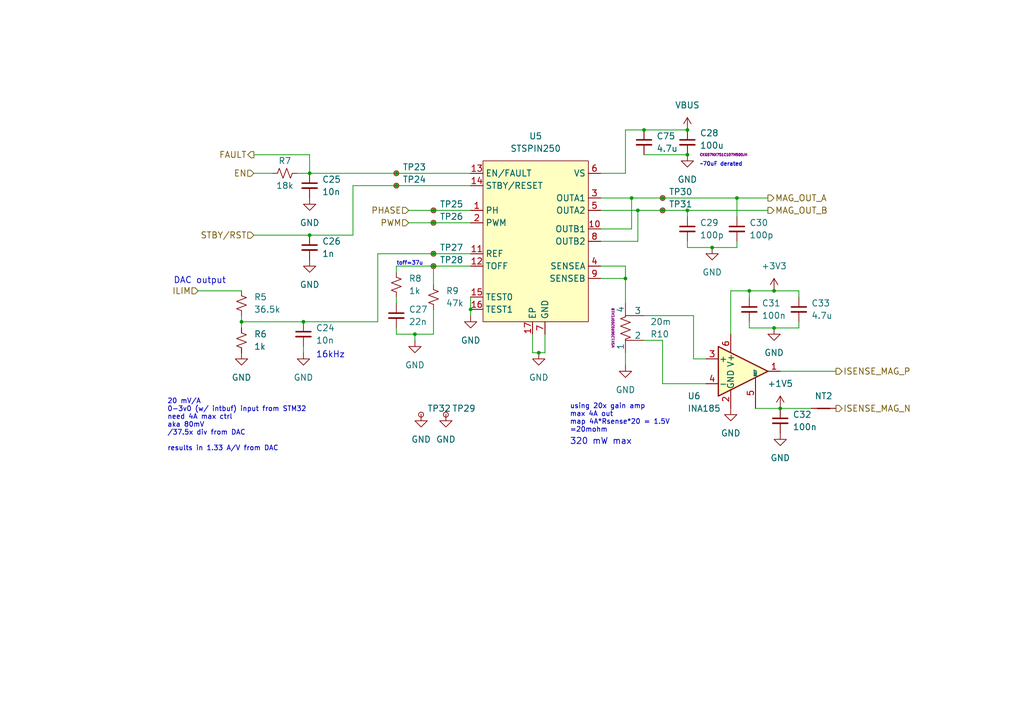
<source format=kicad_sch>
(kicad_sch (version 20220102) (generator eeschema)
  (paper "A5")
  (lib_symbols
    (symbol "Connector:TestPoint_Small" (pin_numbers hide) (pin_names (offset 0.762) hide)
      (property "Reference" "TP" (at 0 3.81 0))
      (property "Value" "TestPoint_Small" (at 0 2.032 0))
      (symbol "TestPoint_Small_0_1"
        (circle (center 0 0) (radius 0.508))
      )
      (symbol "TestPoint_Small_1_1"
        (pin passive line (at 0 0 90) (length 0) (name "1") (number "1"))
      )
    )
    (symbol "Device:C_Small" (pin_numbers hide) (pin_names (offset 0.254) hide)
      (property "Reference" "C" (at 0.254 1.778 0))
      (property "Value" "C_Small" (at 0.254 -2.032 0))
      (symbol "C_Small_0_1"
        (polyline (pts (xy -1.524 -0.508) (xy 1.524 -0.508)) (stroke (width 0.3302)))
        (polyline (pts (xy -1.524 0.508) (xy 1.524 0.508)) (stroke (width 0.3048)))
      )
      (symbol "C_Small_1_1"
        (pin passive line (at 0 2.54 270) (length 2.032) (name "~") (number "1"))
        (pin passive line (at 0 -2.54 90) (length 2.032) (name "~") (number "2"))
      )
    )
    (symbol "Device:NetTie_2" (pin_numbers hide) (pin_names (offset 0) hide)
      (property "Reference" "NT" (at 0 1.27 0))
      (property "Value" "NetTie_2" (at 0 -1.27 0))
      (symbol "NetTie_2_0_1"
        (polyline (pts (xy -1.27 0) (xy 1.27 0)) (stroke (width 0.254)))
      )
      (symbol "NetTie_2_1_1"
        (pin passive line (at -2.54 0 0) (length 2.54) (name "1") (number "1"))
        (pin passive line (at 2.54 0 180) (length 2.54) (name "2") (number "2"))
      )
    )
    (symbol "Device:R_Shunt_US" (pin_numbers hide) (pin_names (offset 0))
      (property "Reference" "R" (at -5.08 0 90))
      (property "Value" "R_Shunt_US" (at -3.048 0 90))
      (symbol "R_Shunt_US_1_1"
        (polyline (pts (xy 0 -2.54) (xy 1.27 -2.54)))
        (polyline (pts (xy 0 -2.286) (xy 0 -2.54)))
        (polyline (pts (xy 0 2.286) (xy 0 2.54)))
        (polyline (pts (xy 1.27 2.54) (xy 0 2.54)))
        (polyline (pts (xy 0 -0.762) (xy 1.016 -1.143) (xy 0 -1.524) (xy -1.016 -1.905) (xy 0 -2.286)))
        (polyline (pts (xy 0 0.762) (xy 1.016 0.381) (xy 0 0) (xy -1.016 -0.381) (xy 0 -0.762)))
        (polyline (pts (xy 0 2.286) (xy 1.016 1.905) (xy 0 1.524) (xy -1.016 1.143) (xy 0 0.762)))
        (pin passive line (at 0 5.08 270) (length 2.54) (name "1") (number "1"))
        (pin passive line (at 3.81 2.54 180) (length 2.54) (name "2") (number "2"))
        (pin passive line (at 3.81 -2.54 180) (length 2.54) (name "3") (number "3"))
        (pin passive line (at 0 -5.08 90) (length 2.54) (name "4") (number "4"))
      )
    )
    (symbol "Device:R_Small_US" (pin_numbers hide) (pin_names (offset 0.254) hide)
      (property "Reference" "R" (at 0.762 0.508 0))
      (property "Value" "R_Small_US" (at 0.762 -1.016 0))
      (symbol "R_Small_US_1_1"
        (polyline (pts (xy 0 0) (xy 1.016 -0.381) (xy 0 -0.762) (xy -1.016 -1.143) (xy 0 -1.524)))
        (polyline (pts (xy 0 1.524) (xy 1.016 1.143) (xy 0 0.762) (xy -1.016 0.381) (xy 0 0)))
        (pin passive line (at 0 2.54 270) (length 1.016) (name "~") (number "1"))
        (pin passive line (at 0 -2.54 90) (length 1.016) (name "~") (number "2"))
      )
    )
    (symbol "power:+1V5" (power) (pin_names (offset 0))
      (property "Value" "+1V5" (at 0 3.556 0))
      (symbol "+1V5_0_1"
        (polyline (pts (xy -0.762 1.27) (xy 0 2.54)))
        (polyline (pts (xy 0 0) (xy 0 2.54)))
        (polyline (pts (xy 0 2.54) (xy 0.762 1.27)))
      )
      (symbol "+1V5_1_1"
        (pin power_in line (at 0 0 90) (length 0) hide (name "+1V5") (number "1"))
      )
    )
    (symbol "power:+3V3" (power) (pin_names (offset 0))
      (property "Value" "+3V3" (at 0 3.556 0))
      (symbol "+3V3_0_1"
        (polyline (pts (xy -0.762 1.27) (xy 0 2.54)))
        (polyline (pts (xy 0 0) (xy 0 2.54)))
        (polyline (pts (xy 0 2.54) (xy 0.762 1.27)))
      )
      (symbol "+3V3_1_1"
        (pin power_in line (at 0 0 90) (length 0) hide (name "+3V3") (number "1"))
      )
    )
    (symbol "power:GND" (power) (pin_names (offset 0))
      (property "Value" "GND" (at 0 -3.81 0))
      (symbol "GND_0_1"
        (polyline (pts (xy 0 0) (xy 0 -1.27) (xy 1.27 -1.27) (xy 0 -2.54) (xy -1.27 -1.27) (xy 0 -1.27)))
      )
      (symbol "GND_1_1"
        (pin power_in line (at 0 0 270) (length 0) hide (name "GND") (number "1"))
      )
    )
    (symbol "power:VBUS" (power) (pin_names (offset 0))
      (property "Value" "VBUS" (at 0 3.81 0))
      (symbol "VBUS_0_1"
        (polyline (pts (xy -0.762 1.27) (xy 0 2.54)))
        (polyline (pts (xy 0 0) (xy 0 2.54)))
        (polyline (pts (xy 0 2.54) (xy 0.762 1.27)))
      )
      (symbol "VBUS_1_1"
        (pin power_in line (at 0 0 90) (length 0) hide (name "VBUS") (number "1"))
      )
    )
    (symbol "project-lib:INA185" (pin_names (offset 0.127))
      (property "Reference" "U" (at 2.54 3.81 0))
      (property "Value" "INA185" (at 3.81 -2.54 0))
      (symbol "INA185_0_1"
        (polyline (pts (xy 5.08 0) (xy -5.08 5.08) (xy -5.08 -5.08) (xy 5.08 0)) (stroke (width 0.254)) (fill (type background)))
      )
      (symbol "INA185_1_1"
        (pin output line (at 7.62 0 180) (length 2.54) (name "~") (number "1"))
        (pin power_in line (at -2.54 -7.62 90) (length 3.81) (name "GND") (number "2"))
        (pin input line (at -7.62 2.54 0) (length 2.54) (name "+") (number "3"))
        (pin input line (at -7.62 -2.54 0) (length 2.54) (name "-") (number "4"))
        (pin input line (at 2.54 -7.62 90) (length 6.35) (name "REF") (number "5"))
        (pin power_in line (at -2.54 7.62 270) (length 3.81) (name "V+") (number "6"))
      )
    )
    (symbol "project-lib:STSPIN250"
      (property "Reference" "U" (at -10.16 8.89 0))
      (property "Value" "STSPIN250" (at -6.35 6.35 0))
      (symbol "STSPIN250_0_0"
        (pin input line (at 12.7 -8.89 180) (length 2.54) (name "OUTB1") (number "10"))
        (pin input line (at -13.97 -13.97 0) (length 2.54) (name "REF") (number "11"))
        (pin input line (at -13.97 -16.51 0) (length 2.54) (name "TOFF") (number "12"))
        (pin input line (at -13.97 2.54 0) (length 2.54) (name "EN/FAULT") (number "13"))
        (pin input line (at -13.97 0 0) (length 2.54) (name "STBY/RESET") (number "14"))
        (pin input line (at -13.97 -22.86 0) (length 2.54) (name "TEST0") (number "15"))
        (pin input line (at -13.97 -25.4 0) (length 2.54) (name "TEST1") (number "16"))
        (pin input line (at -1.27 -30.48 90) (length 2.54) (name "EP") (number "17"))
        (pin input line (at -13.97 -7.62 0) (length 2.54) (name "PWM") (number "2"))
        (pin input line (at 12.7 -2.54 180) (length 2.54) (name "OUTA1") (number "3"))
        (pin input line (at 12.7 -16.51 180) (length 2.54) (name "SENSEA") (number "4"))
        (pin input line (at 12.7 -5.08 180) (length 2.54) (name "OUTA2") (number "5"))
        (pin input line (at 12.7 2.54 180) (length 2.54) (name "VS") (number "6"))
        (pin input line (at 1.27 -30.48 90) (length 2.54) (name "GND") (number "7"))
        (pin input line (at 12.7 -11.43 180) (length 2.54) (name "OUTB2") (number "8"))
        (pin input line (at 12.7 -19.05 180) (length 2.54) (name "SENSEB") (number "9"))
      )
      (symbol "STSPIN250_0_1"
        (rectangle (start -11.43 5.08) (end 10.16 -27.94) (stroke (width 0.1524)) (fill (type background)))
      )
      (symbol "STSPIN250_1_1"
        (pin input line (at -13.97 -5.08 0) (length 2.54) (name "PH") (number "1"))
      )
    )
  )
  (junction (at 153.67 59.69) (diameter 0.6096))
  (junction (at 63.5 35.56) (diameter 0.6096))
  (junction (at 140.97 26.67) (diameter 0.6096))
  (junction (at 140.97 43.18) (diameter 0.6096))
  (junction (at 96.52 63.5) (diameter 0.6096))
  (junction (at 146.05 50.8) (diameter 0.6096))
  (junction (at 135.89 40.64) (diameter 0.6096))
  (junction (at 63.5 48.26) (diameter 0.6096))
  (junction (at 151.13 40.64) (diameter 0.6096))
  (junction (at 88.9 43.18) (diameter 0.6096))
  (junction (at 88.9 54.61) (diameter 0.6096))
  (junction (at 49.53 66.04) (diameter 0.6096))
  (junction (at 129.54 40.64) (diameter 0.6096))
  (junction (at 140.97 31.75) (diameter 0.6096))
  (junction (at 110.49 72.39) (diameter 0.6096))
  (junction (at 158.75 67.31) (diameter 0.6096))
  (junction (at 135.89 43.18) (diameter 0.6096))
  (junction (at 88.9 52.07) (diameter 0.6096))
  (junction (at 88.9 45.72) (diameter 0.6096))
  (junction (at 160.02 83.82) (diameter 0.6096))
  (junction (at 85.09 68.58) (diameter 0.6096))
  (junction (at 132.08 26.67) (diameter 0.6096))
  (junction (at 81.28 38.1) (diameter 0.6096))
  (junction (at 62.23 66.04) (diameter 0.6096))
  (junction (at 128.27 57.15) (diameter 0.6096))
  (junction (at 81.28 35.56) (diameter 0.6096))
  (junction (at 130.81 43.18) (diameter 0.6096))
  (junction (at 158.75 59.69) (diameter 0.6096))
  (wire (pts (xy 123.19 43.18) (xy 130.81 43.18)))
  (wire (pts (xy 163.83 59.69) (xy 158.75 59.69)))
  (wire (pts (xy 62.23 72.39) (xy 62.23 71.12)))
  (wire (pts (xy 123.19 46.99) (xy 129.54 46.99)))
  (wire (pts (xy 129.54 46.99) (xy 129.54 40.64)))
  (wire (pts (xy 135.89 78.74) (xy 144.78 78.74)))
  (wire (pts (xy 40.64 59.69) (xy 49.53 59.69)))
  (wire (pts (xy 132.08 31.75) (xy 140.97 31.75)))
  (wire (pts (xy 128.27 57.15) (xy 128.27 62.23)))
  (wire (pts (xy 142.24 73.66) (xy 144.78 73.66)))
  (wire (pts (xy 81.28 60.96) (xy 81.28 62.23)))
  (wire (pts (xy 63.5 48.26) (xy 52.07 48.26)))
  (wire (pts (xy 72.39 38.1) (xy 72.39 48.26)))
  (wire (pts (xy 72.39 48.26) (xy 63.5 48.26)))
  (wire (pts (xy 49.53 66.04) (xy 62.23 66.04)))
  (wire (pts (xy 62.23 66.04) (xy 77.47 66.04)))
  (wire (pts (xy 153.67 59.69) (xy 153.67 60.96)))
  (wire (pts (xy 52.07 31.75) (xy 63.5 31.75)))
  (wire (pts (xy 63.5 31.75) (xy 63.5 35.56)))
  (wire (pts (xy 83.82 43.18) (xy 88.9 43.18)))
  (wire (pts (xy 88.9 43.18) (xy 96.52 43.18)))
  (wire (pts (xy 163.83 67.31) (xy 163.83 66.04)))
  (wire (pts (xy 96.52 63.5) (xy 96.52 60.96)))
  (wire (pts (xy 96.52 64.77) (xy 96.52 63.5)))
  (wire (pts (xy 142.24 64.77) (xy 142.24 73.66)))
  (wire (pts (xy 49.53 64.77) (xy 49.53 66.04)))
  (wire (pts (xy 77.47 52.07) (xy 88.9 52.07)))
  (wire (pts (xy 77.47 66.04) (xy 77.47 52.07)))
  (wire (pts (xy 88.9 52.07) (xy 96.52 52.07)))
  (wire (pts (xy 72.39 38.1) (xy 81.28 38.1)))
  (wire (pts (xy 81.28 38.1) (xy 96.52 38.1)))
  (wire (pts (xy 52.07 35.56) (xy 55.88 35.56)))
  (wire (pts (xy 60.96 35.56) (xy 63.5 35.56)))
  (wire (pts (xy 63.5 35.56) (xy 81.28 35.56)))
  (wire (pts (xy 81.28 35.56) (xy 96.52 35.56)))
  (wire (pts (xy 140.97 49.53) (xy 140.97 50.8)))
  (wire (pts (xy 140.97 50.8) (xy 146.05 50.8)))
  (wire (pts (xy 146.05 50.8) (xy 151.13 50.8)))
  (wire (pts (xy 151.13 50.8) (xy 151.13 49.53)))
  (wire (pts (xy 128.27 72.39) (xy 128.27 74.93)))
  (wire (pts (xy 151.13 40.64) (xy 151.13 44.45)))
  (wire (pts (xy 158.75 59.69) (xy 153.67 59.69)))
  (wire (pts (xy 130.81 43.18) (xy 135.89 43.18)))
  (wire (pts (xy 135.89 43.18) (xy 140.97 43.18)))
  (wire (pts (xy 153.67 66.04) (xy 153.67 67.31)))
  (wire (pts (xy 123.19 40.64) (xy 129.54 40.64)))
  (wire (pts (xy 129.54 40.64) (xy 135.89 40.64)))
  (wire (pts (xy 135.89 40.64) (xy 151.13 40.64)))
  (wire (pts (xy 151.13 40.64) (xy 157.48 40.64)))
  (wire (pts (xy 83.82 45.72) (xy 88.9 45.72)))
  (wire (pts (xy 88.9 45.72) (xy 96.52 45.72)))
  (wire (pts (xy 128.27 57.15) (xy 123.19 57.15)))
  (wire (pts (xy 158.75 67.31) (xy 163.83 67.31)))
  (wire (pts (xy 154.94 83.82) (xy 160.02 83.82)))
  (wire (pts (xy 160.02 83.82) (xy 166.37 83.82)))
  (wire (pts (xy 149.86 59.69) (xy 149.86 68.58)))
  (wire (pts (xy 153.67 67.31) (xy 158.75 67.31)))
  (wire (pts (xy 123.19 35.56) (xy 128.27 35.56)))
  (wire (pts (xy 128.27 26.67) (xy 128.27 35.56)))
  (wire (pts (xy 163.83 60.96) (xy 163.83 59.69)))
  (wire (pts (xy 109.22 68.58) (xy 109.22 72.39)))
  (wire (pts (xy 109.22 72.39) (xy 110.49 72.39)))
  (wire (pts (xy 110.49 72.39) (xy 111.76 72.39)))
  (wire (pts (xy 111.76 72.39) (xy 111.76 68.58)))
  (wire (pts (xy 149.86 59.69) (xy 153.67 59.69)))
  (wire (pts (xy 132.08 69.85) (xy 135.89 69.85)))
  (wire (pts (xy 135.89 69.85) (xy 135.89 78.74)))
  (wire (pts (xy 123.19 54.61) (xy 128.27 54.61)))
  (wire (pts (xy 128.27 54.61) (xy 128.27 57.15)))
  (wire (pts (xy 160.02 76.2) (xy 171.45 76.2)))
  (wire (pts (xy 85.09 68.58) (xy 85.09 69.85)))
  (wire (pts (xy 140.97 43.18) (xy 140.97 44.45)))
  (wire (pts (xy 81.28 54.61) (xy 88.9 54.61)))
  (wire (pts (xy 81.28 55.88) (xy 81.28 54.61)))
  (wire (pts (xy 88.9 54.61) (xy 88.9 58.42)))
  (wire (pts (xy 49.53 66.04) (xy 49.53 67.31)))
  (wire (pts (xy 88.9 54.61) (xy 96.52 54.61)))
  (wire (pts (xy 81.28 68.58) (xy 81.28 67.31)))
  (wire (pts (xy 85.09 68.58) (xy 81.28 68.58)))
  (wire (pts (xy 88.9 63.5) (xy 88.9 68.58)))
  (wire (pts (xy 88.9 68.58) (xy 85.09 68.58)))
  (wire (pts (xy 132.08 64.77) (xy 142.24 64.77)))
  (wire (pts (xy 123.19 49.53) (xy 130.81 49.53)))
  (wire (pts (xy 130.81 49.53) (xy 130.81 43.18)))
  (wire (pts (xy 128.27 26.67) (xy 132.08 26.67)))
  (wire (pts (xy 132.08 26.67) (xy 140.97 26.67)))
  (wire (pts (xy 140.97 43.18) (xy 157.48 43.18)))
  (text "toff=37u" (at 81.28 54.61 0) (effects (font (size 0.8 0.8)) (justify left bottom)))
  (text "16kHz" (at 64.77 73.66 0) (effects (font (size 1.27 1.27)) (justify left bottom)))
  (text "~70uF derated" (at 143.51 34.29 0) (effects (font (size 0.8 0.8)) (justify left bottom)))
  (text "using 20x gain amp\nmax 4A out\nmap 4A*Rsense*20 = 1.5V\n=20mohm" (at 116.84 88.9 0) (effects (font (size 1 1)) (justify left bottom)))
  (text "320 mW max" (at 116.84 91.44 0) (effects (font (size 1.27 1.27)) (justify left bottom)))
  (text "20 mV/A\n0-3v0 (w/ intbuf) input from STM32\nneed 4A max ctrl\naka 80mV\n/37.5x div from DAC\n\nresults in 1.33 A/V from DAC" (at 34.29 92.71 0) (effects (font (size 1 1)) (justify left bottom)))
  (text "DAC output" (at 35.56 58.42 0) (effects (font (size 1.27 1.27)) (justify left bottom)))
  (hierarchical_label "ISENSE_MAG_P" (shape output) (at 171.45 76.2 0))
  (hierarchical_label "PWM" (shape input) (at 83.82 45.72 180))
  (hierarchical_label "STBY{slash}RST" (shape input) (at 52.07 48.26 180))
  (hierarchical_label "FAULT" (shape output) (at 52.07 31.75 180))
  (hierarchical_label "EN" (shape input) (at 52.07 35.56 180))
  (hierarchical_label "PHASE" (shape input) (at 83.82 43.18 180))
  (hierarchical_label "ISENSE_MAG_N" (shape output) (at 171.45 83.82 0))
  (hierarchical_label "MAG_OUT_B" (shape output) (at 157.48 43.18 0))
  (hierarchical_label "ILIM" (shape input) (at 40.64 59.69 180))
  (hierarchical_label "MAG_OUT_A" (shape output) (at 157.48 40.64 0))
  (symbol (lib_id "Connector:TestPoint_Small") (at 91.44 85.09 0) (unit 1)
    (property "Reference" "TP29" (at 92.71 83.8199 0) (effects (justify left)))
    (property "Value" "TestPoint" (effects hide))
    (property "Footprint" "project:TestPoint_Keystone_5019_Minature-3DMODEL" (effects hide))
  )
  (symbol (lib_id "power:GND") (at 128.27 74.93 0) (unit 1)
    (property "Reference" "#PWR0139" (effects hide))
    (property "Value" "GND" (at 128.27 80.01 0))
  )
  (symbol (lib_id "Device:C_Small") (at 140.97 29.21 0) (unit 1)
    (property "Reference" "C28" (at 143.51 27.3049 0) (effects (justify left)))
    (property "Value" "100u" (at 143.51 29.8449 0) (effects (justify left)))
    (property "Footprint" "project:CKG57N" (effects hide))
    (property "P/N" "CKG57NX7S1C107M500JH" (at 143.51 31.75 0) (effects (font (size 0.5 0.5)) (justify left)))
  )
  (symbol (lib_id "Device:C_Small") (at 63.5 50.8 0) (unit 1)
    (property "Reference" "C26" (at 66.04 49.5299 0) (effects (justify left)))
    (property "Value" "1n" (at 66.04 52.0699 0) (effects (justify left)))
    (property "Footprint" "Capacitor_SMD:C_0603_1608Metric" (effects hide))
  )
  (symbol (lib_id "power:GND") (at 85.09 69.85 0) (unit 1)
    (property "Reference" "#PWR0132" (effects hide))
    (property "Value" "GND" (at 85.09 74.93 0))
  )
  (symbol (lib_id "power:GND") (at 96.52 64.77 0) (unit 1)
    (property "Reference" "#PWR0131" (effects hide))
    (property "Value" "GND" (at 96.52 69.85 0))
  )
  (symbol (lib_id "power:GND") (at 91.44 85.09 0) (unit 1)
    (property "Reference" "#PWR0250" (effects hide))
    (property "Value" "GND" (at 91.44 90.17 0))
  )
  (symbol (lib_id "Device:C_Small") (at 153.67 63.5 0) (unit 1)
    (property "Reference" "C31" (at 156.21 62.2299 0) (effects (justify left)))
    (property "Value" "100n" (at 156.21 64.7699 0) (effects (justify left)))
    (property "Footprint" "Capacitor_SMD:C_0603_1608Metric" (effects hide))
  )
  (symbol (lib_id "Device:NetTie_2") (at 168.91 83.82 0) (unit 1)
    (property "Reference" "NT2" (at 168.91 81.28 0))
    (property "Value" "NetTie_2" (effects hide))
    (property "Footprint" "NetTie:NetTie-2_SMD_Pad0.5mm" (effects hide))
  )
  (symbol (lib_id "project-lib:STSPIN250") (at 110.49 38.1 0) (unit 1)
    (property "Reference" "U5" (at 109.855 27.94 0))
    (property "Value" "STSPIN250" (at 109.855 30.48 0))
    (property "Footprint" "Package_DFN_QFN:VQFN-16-1EP_3x3mm_P0.5mm_EP1.8x1.8mm" (effects hide))
  )
  (symbol (lib_id "power:GND") (at 63.5 53.34 0) (unit 1)
    (property "Reference" "#PWR0134" (effects hide))
    (property "Value" "GND" (at 63.5 58.42 0))
  )
  (symbol (lib_id "Device:C_Small") (at 62.23 68.58 0) (unit 1)
    (property "Reference" "C24" (at 64.77 67.3099 0) (effects (justify left)))
    (property "Value" "10n" (at 64.77 69.8499 0) (effects (justify left)))
    (property "Footprint" "Capacitor_SMD:C_0603_1608Metric" (effects hide))
  )
  (symbol (lib_id "Connector:TestPoint_Small") (at 135.89 43.18 0) (unit 1)
    (property "Reference" "TP31" (at 137.16 41.9099 0) (effects (justify left)))
    (property "Value" "TestPoint" (effects hide))
    (property "Footprint" "project:TestPoint_Keystone_5019_Minature-3DMODEL" (effects hide))
  )
  (symbol (lib_id "power:GND") (at 62.23 72.39 0) (unit 1)
    (property "Reference" "#PWR0141" (effects hide))
    (property "Value" "GND" (at 62.23 77.47 0))
  )
  (symbol (lib_id "power:GND") (at 158.75 67.31 0) (unit 1)
    (property "Reference" "#PWR0151" (effects hide))
    (property "Value" "GND" (at 158.75 72.39 0))
  )
  (symbol (lib_id "Connector:TestPoint_Small") (at 81.28 35.56 0) (unit 1)
    (property "Reference" "TP23" (at 82.55 34.2899 0) (effects (justify left)))
    (property "Value" "TestPoint" (effects hide))
    (property "Footprint" "project:TestPoint_Keystone_5019_Minature-3DMODEL" (effects hide))
  )
  (symbol (lib_id "power:GND") (at 49.53 72.39 0) (unit 1)
    (property "Reference" "#PWR0140" (effects hide))
    (property "Value" "GND" (at 49.53 77.47 0))
  )
  (symbol (lib_id "power:GND") (at 146.05 50.8 0) (unit 1)
    (property "Reference" "#PWR0136" (effects hide))
    (property "Value" "GND" (at 146.05 55.88 0))
  )
  (symbol (lib_id "power:+1V5") (at 160.02 83.82 0) (unit 1)
    (property "Reference" "#PWR0154" (effects hide))
    (property "Value" "+1V5" (at 160.02 78.74 0))
  )
  (symbol (lib_id "power:GND") (at 140.97 31.75 0) (unit 1)
    (property "Reference" "#PWR0138" (effects hide))
    (property "Value" "GND" (at 140.97 36.83 0))
  )
  (symbol (lib_id "project-lib:INA185") (at 152.4 76.2 0) (unit 1)
    (property "Reference" "U6" (at 140.97 81.2799 0) (effects (justify left)))
    (property "Value" "INA185" (at 140.97 83.8199 0) (effects (justify left)))
    (property "Footprint" "Package_TO_SOT_SMD:SOT-563" (effects hide))
  )
  (symbol (lib_id "Connector:TestPoint_Small") (at 88.9 43.18 0) (unit 1)
    (property "Reference" "TP25" (at 90.17 41.9099 0) (effects (justify left)))
    (property "Value" "TestPoint" (effects hide))
    (property "Footprint" "project:TestPoint_Keystone_5019_Minature-3DMODEL" (effects hide))
  )
  (symbol (lib_id "Device:C_Small") (at 160.02 86.36 0) (unit 1)
    (property "Reference" "C32" (at 162.56 85.0899 0) (effects (justify left)))
    (property "Value" "100n" (at 162.56 87.6299 0) (effects (justify left)))
    (property "Footprint" "Capacitor_SMD:C_0603_1608Metric" (effects hide))
  )
  (symbol (lib_id "Device:C_Small") (at 63.5 38.1 0) (unit 1)
    (property "Reference" "C25" (at 66.04 36.8299 0) (effects (justify left)))
    (property "Value" "10n" (at 66.04 39.3699 0) (effects (justify left)))
    (property "Footprint" "Capacitor_SMD:C_0603_1608Metric" (effects hide))
  )
  (symbol (lib_id "power:GND") (at 86.36 85.09 0) (unit 1)
    (property "Reference" "#PWR0206" (effects hide))
    (property "Value" "GND" (at 86.36 90.17 0))
  )
  (symbol (lib_id "Device:C_Small") (at 140.97 46.99 0) (unit 1)
    (property "Reference" "C29" (at 143.51 45.7199 0) (effects (justify left)))
    (property "Value" "100p" (at 143.51 48.2599 0) (effects (justify left)))
    (property "Footprint" "Capacitor_SMD:C_0603_1608Metric" (effects hide))
  )
  (symbol (lib_id "Device:R_Small_US") (at 49.53 62.23 180) (unit 1)
    (property "Reference" "R5" (at 52.07 60.9599 0) (effects (justify right)))
    (property "Value" "36.5k" (at 52.07 63.4999 0) (effects (justify right)))
    (property "Footprint" "Resistor_SMD:R_0603_1608Metric" (effects hide))
  )
  (symbol (lib_id "Connector:TestPoint_Small") (at 81.28 38.1 0) (unit 1)
    (property "Reference" "TP24" (at 82.55 36.8299 0) (effects (justify left)))
    (property "Value" "TestPoint" (effects hide))
    (property "Footprint" "project:TestPoint_Keystone_5019_Minature-3DMODEL" (effects hide))
  )
  (symbol (lib_id "power:VBUS") (at 140.97 26.67 0) (unit 1)
    (property "Reference" "#PWR0137" (effects hide))
    (property "Value" "VBUS" (at 140.97 21.59 0))
  )
  (symbol (lib_id "Connector:TestPoint_Small") (at 88.9 54.61 0) (unit 1)
    (property "Reference" "TP28" (at 90.17 53.3399 0) (effects (justify left)))
    (property "Value" "TestPoint" (effects hide))
    (property "Footprint" "project:TestPoint_Keystone_5019_Minature-3DMODEL" (effects hide))
  )
  (symbol (lib_id "Device:C_Small") (at 163.83 63.5 0) (unit 1)
    (property "Reference" "C33" (at 166.37 62.2299 0) (effects (justify left)))
    (property "Value" "4.7u" (at 166.37 64.7699 0) (effects (justify left)))
    (property "Footprint" "Capacitor_SMD:C_0603_1608Metric" (effects hide))
  )
  (symbol (lib_id "power:+3V3") (at 158.75 59.69 0) (unit 1)
    (property "Reference" "#PWR0155" (effects hide))
    (property "Value" "+3V3" (at 158.75 54.61 0))
  )
  (symbol (lib_id "Connector:TestPoint_Small") (at 88.9 45.72 0) (unit 1)
    (property "Reference" "TP26" (at 90.17 44.4499 0) (effects (justify left)))
    (property "Value" "TestPoint" (effects hide))
    (property "Footprint" "project:TestPoint_Keystone_5019_Minature-3DMODEL" (effects hide))
  )
  (symbol (lib_id "power:GND") (at 160.02 88.9 0) (unit 1)
    (property "Reference" "#PWR0152" (effects hide))
    (property "Value" "GND" (at 160.02 93.98 0))
  )
  (symbol (lib_id "Device:C_Small") (at 81.28 64.77 0) (unit 1)
    (property "Reference" "C27" (at 83.82 63.4999 0) (effects (justify left)))
    (property "Value" "22n" (at 83.82 66.0399 0) (effects (justify left)))
    (property "Footprint" "Capacitor_SMD:C_0603_1608Metric" (effects hide))
  )
  (symbol (lib_id "power:GND") (at 63.5 40.64 0) (unit 1)
    (property "Reference" "#PWR0135" (effects hide))
    (property "Value" "GND" (at 63.5 45.72 0))
  )
  (symbol (lib_id "power:GND") (at 110.49 72.39 0) (unit 1)
    (property "Reference" "#PWR0133" (effects hide))
    (property "Value" "GND" (at 110.49 77.47 0))
  )
  (symbol (lib_id "Device:R_Small_US") (at 58.42 35.56 90) (unit 1)
    (property "Reference" "R7" (at 58.42 33.02 90))
    (property "Value" "18k" (at 58.42 38.1 90))
    (property "Footprint" "Resistor_SMD:R_0603_1608Metric" (effects hide))
  )
  (symbol (lib_id "Device:R_Shunt_US") (at 128.27 67.31 0) (mirror x) (unit 1)
    (property "Reference" "R10" (at 133.35 68.5801 0) (effects (justify left)))
    (property "Value" "20m" (at 133.35 66.0401 0) (effects (justify left)))
    (property "Footprint" "project:WSK1206" (effects hide))
    (property "P/N" "WSK1206R0200FEA18" (at 125.73 67.31 90) (effects (font (size 0.5 0.5))))
  )
  (symbol (lib_id "Connector:TestPoint_Small") (at 135.89 40.64 0) (unit 1)
    (property "Reference" "TP30" (at 137.16 39.3699 0) (effects (justify left)))
    (property "Value" "TestPoint" (effects hide))
    (property "Footprint" "project:TestPoint_Keystone_5019_Minature-3DMODEL" (effects hide))
  )
  (symbol (lib_id "Device:R_Small_US") (at 81.28 58.42 0) (unit 1)
    (property "Reference" "R8" (at 83.82 57.1499 0) (effects (justify left)))
    (property "Value" "1k" (at 83.82 59.6899 0) (effects (justify left)))
    (property "Footprint" "Resistor_SMD:R_0603_1608Metric" (effects hide))
  )
  (symbol (lib_id "Device:C_Small") (at 151.13 46.99 0) (unit 1)
    (property "Reference" "C30" (at 153.67 45.7199 0) (effects (justify left)))
    (property "Value" "100p" (at 153.67 48.2599 0) (effects (justify left)))
    (property "Footprint" "Capacitor_SMD:C_0603_1608Metric" (effects hide))
  )
  (symbol (lib_id "Connector:TestPoint_Small") (at 88.9 52.07 0) (unit 1)
    (property "Reference" "TP27" (at 90.17 50.7999 0) (effects (justify left)))
    (property "Value" "TestPoint" (effects hide))
    (property "Footprint" "project:TestPoint_Keystone_5019_Minature-3DMODEL" (effects hide))
  )
  (symbol (lib_id "Device:R_Small_US") (at 88.9 60.96 0) (unit 1)
    (property "Reference" "R9" (at 91.44 59.6899 0) (effects (justify left)))
    (property "Value" "47k" (at 91.44 62.2299 0) (effects (justify left)))
    (property "Footprint" "Resistor_SMD:R_0603_1608Metric" (effects hide))
  )
  (symbol (lib_id "Device:R_Small_US") (at 49.53 69.85 180) (unit 1)
    (property "Reference" "R6" (at 52.07 68.5799 0) (effects (justify right)))
    (property "Value" "1k" (at 52.07 71.1199 0) (effects (justify right)))
    (property "Footprint" "Resistor_SMD:R_0603_1608Metric" (effects hide))
  )
  (symbol (lib_id "power:GND") (at 149.86 83.82 0) (unit 1)
    (property "Reference" "#PWR0153" (effects hide))
    (property "Value" "GND" (at 149.86 88.9 0))
  )
  (symbol (lib_id "Device:C_Small") (at 132.08 29.21 0) (unit 1)
    (property "Reference" "C75" (at 134.62 27.9399 0) (effects (justify left)))
    (property "Value" "4.7u" (at 134.62 30.4799 0) (effects (justify left)))
    (property "Footprint" "Capacitor_SMD:C_0603_1608Metric" (effects hide))
  )
  (symbol (lib_id "Connector:TestPoint_Small") (at 86.36 85.09 0) (unit 1)
    (property "Reference" "TP32" (at 87.63 83.8199 0) (effects (justify left)))
    (property "Value" "TestPoint" (effects hide))
    (property "Footprint" "project:TestPoint_Keystone_5019_Minature-3DMODEL" (effects hide))
  )
)
</source>
